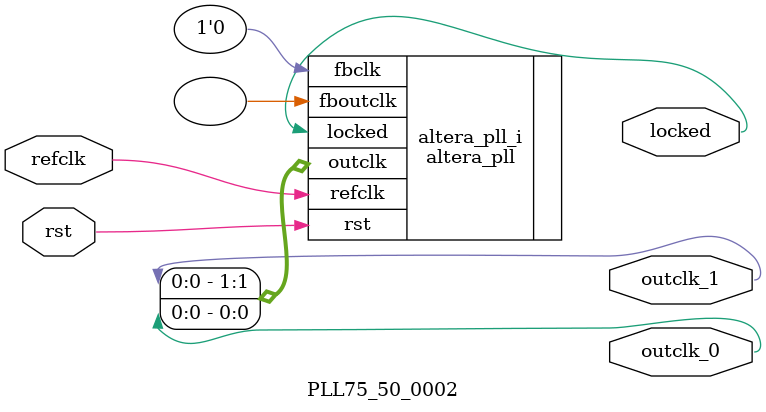
<source format=v>
`timescale 1ns/10ps
module  PLL75_50_0002(

	// interface 'refclk'
	input wire refclk,

	// interface 'reset'
	input wire rst,

	// interface 'outclk0'
	output wire outclk_0,

	// interface 'outclk1'
	output wire outclk_1,

	// interface 'locked'
	output wire locked
);

	altera_pll #(
		.fractional_vco_multiplier("false"),
		.reference_clock_frequency("50.0 MHz"),
		.operation_mode("direct"),
		.number_of_clocks(2),
		.output_clock_frequency0("25.200000 MHz"),
		.phase_shift0("0 ps"),
		.duty_cycle0(50),
		.output_clock_frequency1("74.117647 MHz"),
		.phase_shift1("0 ps"),
		.duty_cycle1(50),
		.output_clock_frequency2("0 MHz"),
		.phase_shift2("0 ps"),
		.duty_cycle2(50),
		.output_clock_frequency3("0 MHz"),
		.phase_shift3("0 ps"),
		.duty_cycle3(50),
		.output_clock_frequency4("0 MHz"),
		.phase_shift4("0 ps"),
		.duty_cycle4(50),
		.output_clock_frequency5("0 MHz"),
		.phase_shift5("0 ps"),
		.duty_cycle5(50),
		.output_clock_frequency6("0 MHz"),
		.phase_shift6("0 ps"),
		.duty_cycle6(50),
		.output_clock_frequency7("0 MHz"),
		.phase_shift7("0 ps"),
		.duty_cycle7(50),
		.output_clock_frequency8("0 MHz"),
		.phase_shift8("0 ps"),
		.duty_cycle8(50),
		.output_clock_frequency9("0 MHz"),
		.phase_shift9("0 ps"),
		.duty_cycle9(50),
		.output_clock_frequency10("0 MHz"),
		.phase_shift10("0 ps"),
		.duty_cycle10(50),
		.output_clock_frequency11("0 MHz"),
		.phase_shift11("0 ps"),
		.duty_cycle11(50),
		.output_clock_frequency12("0 MHz"),
		.phase_shift12("0 ps"),
		.duty_cycle12(50),
		.output_clock_frequency13("0 MHz"),
		.phase_shift13("0 ps"),
		.duty_cycle13(50),
		.output_clock_frequency14("0 MHz"),
		.phase_shift14("0 ps"),
		.duty_cycle14(50),
		.output_clock_frequency15("0 MHz"),
		.phase_shift15("0 ps"),
		.duty_cycle15(50),
		.output_clock_frequency16("0 MHz"),
		.phase_shift16("0 ps"),
		.duty_cycle16(50),
		.output_clock_frequency17("0 MHz"),
		.phase_shift17("0 ps"),
		.duty_cycle17(50),
		.pll_type("General"),
		.pll_subtype("General")
	) altera_pll_i (
		.rst	(rst),
		.outclk	({outclk_1, outclk_0}),
		.locked	(locked),
		.fboutclk	( ),
		.fbclk	(1'b0),
		.refclk	(refclk)
	);
endmodule


</source>
